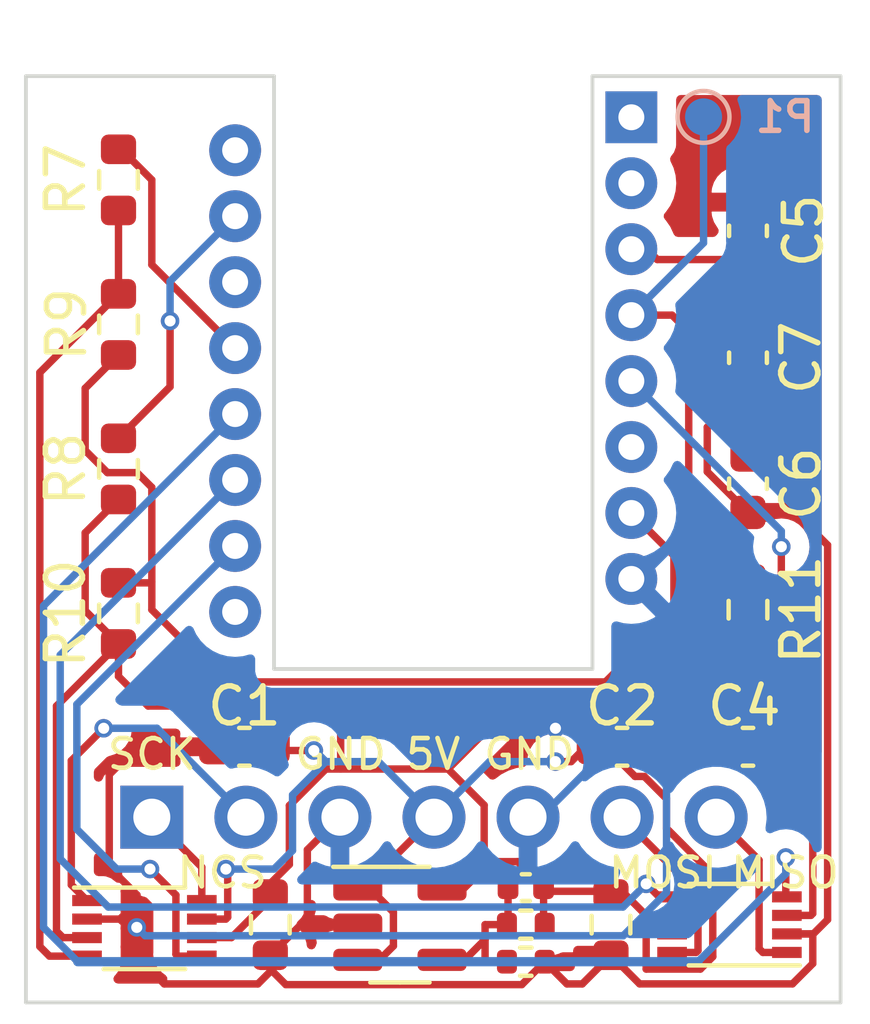
<source format=kicad_pcb>
(kicad_pcb (version 20211014) (generator pcbnew)
  (title_block (title "KeyBall SensorPCB") (date "2022-06-07"))
  (layers (0 "F.Cu" signal) (31 "B.Cu" signal) (34 "B.Paste" user) (35 "F.Paste" user) (36 "B.SilkS" user "B.Silkscreen") (37 "F.SilkS" user "F.Silkscreen") (38 "B.Mask" user) (39 "F.Mask" user) (44 "Edge.Cuts" user))
  (net 0 "")
  (net 1 "/5V")
  (net 2 "GND")
  (net 3 "/1.9V")
  (net 4 "Net-(C3-Pad2)")
  (net 5 "Net-(C5-Pad1)")
  (net 6 "/SCLK_5")
  (net 7 "/NCS_5")
  (net 8 "/MOSI_5")
  (net 9 "/MISO_5")
  (net 10 "/NCS")
  (net 11 "Net-(R7-Pad2)")
  (net 12 "Net-(R8-Pad2)")
  (net 13 "Net-(R10-Pad2)")
  (net 14 "Net-(R11-Pad2)")
  (net 15 "/SCLK")
  (net 16 "/MISO")
  (net 17 "/MOSI")
  (footprint "Capacitor_SMD:C_0603_1608Metric" (layer "F.Cu") (at 165.9 98 -90)
    (fp_text reference "C6" (at 0 -1.43 90) (layer "F.SilkS"))
    (fp_text value "100nF" hide)
    (fp_line (start -0.14058 0.51) (end 0.14058 0.51) (layer "F.SilkS") (width 0.12))
    (fp_line (start -0.14058 -0.51) (end 0.14058 -0.51) (layer "F.SilkS") (width 0.12))
    (pad "1" smd roundrect (at -0.775 0 270) (size 0.9 0.95) (layers "F.Cu" "F.Paste" "F.Mask") (net 5 "Net-(C5-Pad1)"))
    (pad "2" smd roundrect (at 0.775 0 270) (size 0.9 0.95) (layers "F.Cu" "F.Paste" "F.Mask") (net 2 "GND"))
  )
  (footprint "Package_SO:VSSOP-8_2.3x2mm_P0.5mm" (layer "F.Cu") (at 149.6 110)
    (fp_text reference "U2" hide)
    (fp_text value "TXS0102DCU" hide)
    (fp_line (start 1.1 1.1) (end -1.1 1.1) (layer "F.SilkS") (width 0.12))
    (fp_line (start 1.1 -1.1) (end -1.9 -1.1) (layer "F.SilkS") (width 0.12))
    (pad "1" smd rect (at -1.55 -0.75 270) (size 0.3 0.8) (layers "F.Cu" "F.Paste" "F.Mask") (net 7 "/NCS_5"))
    (pad "2" smd rect (at -1.55 -0.25 270) (size 0.3 0.8) (layers "F.Cu" "F.Paste" "F.Mask") (net 2 "GND"))
    (pad "3" smd rect (at -1.55 0.25 270) (size 0.3 0.8) (layers "F.Cu" "F.Paste" "F.Mask") (net 3 "/1.9V"))
    (pad "4" smd rect (at -1.55 0.75 270) (size 0.3 0.8) (layers "F.Cu" "F.Paste" "F.Mask") (net 10 "/NCS"))
    (pad "5" smd rect (at 1.55 0.75 270) (size 0.3 0.8) (layers "F.Cu" "F.Paste" "F.Mask") (net 15 "/SCLK"))
    (pad "6" smd rect (at 1.55 0.25 270) (size 0.3 0.8) (layers "F.Cu" "F.Paste" "F.Mask") (net 3 "/1.9V"))
    (pad "7" smd rect (at 1.55 -0.25 270) (size 0.3 0.8) (layers "F.Cu" "F.Paste" "F.Mask") (net 1 "/5V"))
    (pad "8" smd rect (at 1.55 -0.75 270) (size 0.3 0.8) (layers "F.Cu" "F.Paste" "F.Mask") (net 6 "/SCLK_5"))
  )
  (footprint "Resistor_SMD:R_0402_1005Metric" (layer "F.Cu") (at 159.9 110.9)
    (fp_text reference "R2" hide)
    (fp_text value "56k" hide)
    (fp_line (start -0.153641 -0.38) (end 0.153641 -0.38) (layer "F.SilkS") (width 0.12))
    (fp_line (start -0.153641 0.38) (end 0.153641 0.38) (layer "F.SilkS") (width 0.12))
    (pad "1" smd roundrect (at -0.51 0) (size 0.54 0.64) (layers "F.Cu" "F.Paste" "F.Mask") (net 4 "Net-(C3-Pad2)"))
    (pad "2" smd roundrect (at 0.51 0) (size 0.54 0.64) (layers "F.Cu" "F.Paste" "F.Mask") (net 2 "GND"))
  )
  (footprint "Resistor_SMD:R_0603_1608Metric" (layer "F.Cu") (at 148.9 97.6 90)
    (fp_text reference "R8" (at 0 -1.43 90) (layer "F.SilkS"))
    (fp_text value "39" hide)
    (fp_line (start -0.237258 0.5225) (end 0.237258 0.5225) (layer "F.SilkS") (width 0.12))
    (fp_line (start -0.237258 -0.5225) (end 0.237258 -0.5225) (layer "F.SilkS") (width 0.12))
    (pad "1" smd roundrect (at -0.825 0 90) (size 0.8 0.95) (layers "F.Cu" "F.Paste" "F.Mask") (net 3 "/1.9V"))
    (pad "2" smd roundrect (at 0.825 0 90) (size 0.8 0.95) (layers "F.Cu" "F.Paste" "F.Mask") (net 12 "Net-(R8-Pad2)"))
  )
  (footprint "Capacitor_SMD:C_0603_1608Metric" (layer "F.Cu") (at 165.9 91.175 90)
    (fp_text reference "C5" (at 0 1.5 90) (layer "F.SilkS"))
    (fp_text value "10uF" hide)
    (fp_line (start -0.14058 0.51) (end 0.14058 0.51) (layer "F.SilkS") (width 0.12))
    (fp_line (start -0.14058 -0.51) (end 0.14058 -0.51) (layer "F.SilkS") (width 0.12))
    (pad "1" smd roundrect (at -0.775 0 90) (size 0.9 0.95) (layers "F.Cu" "F.Paste" "F.Mask") (net 5 "Net-(C5-Pad1)"))
    (pad "2" smd roundrect (at 0.775 0 90) (size 0.9 0.95) (layers "F.Cu" "F.Paste" "F.Mask") (net 2 "GND"))
  )
  (footprint "Capacitor_SMD:C_0603_1608Metric" (layer "F.Cu") (at 162.5 105.1)
    (fp_text reference "C2" (at 0 -1.1) (layer "F.SilkS"))
    (fp_text value "100nF" hide)
    (fp_line (start -0.14058 -0.51) (end 0.14058 -0.51) (layer "F.SilkS") (width 0.12))
    (fp_line (start -0.14058 0.51) (end 0.14058 0.51) (layer "F.SilkS") (width 0.12))
    (pad "1" smd roundrect (at -0.775 0) (size 0.9 0.95) (layers "F.Cu" "F.Paste" "F.Mask") (net 1 "/5V"))
    (pad "2" smd roundrect (at 0.775 0) (size 0.9 0.95) (layers "F.Cu" "F.Paste" "F.Mask") (net 2 "GND"))
  )
  (footprint "Resistor_SMD:R_0603_1608Metric" (layer "F.Cu") (at 148.9 93.7 -90)
    (fp_text reference "R9" (at 0 1.4 90) (layer "F.SilkS"))
    (fp_text value "1M DNI" hide)
    (fp_line (start -0.237258 -0.5225) (end 0.237258 -0.5225) (layer "F.SilkS") (width 0.12))
    (fp_line (start -0.237258 0.5225) (end 0.237258 0.5225) (layer "F.SilkS") (width 0.12))
    (pad "1" smd roundrect (at -0.825 0 270) (size 0.8 0.95) (layers "F.Cu" "F.Paste" "F.Mask") (net 10 "/NCS"))
    (pad "2" smd roundrect (at 0.825 0 270) (size 0.8 0.95) (layers "F.Cu" "F.Paste" "F.Mask") (net 13 "Net-(R10-Pad2)"))
  )
  (footprint "Capacitor_SMD:C_0603_1608Metric" (layer "F.Cu") (at 152.3 105.1 180)
    (fp_text reference "C1" (at 0 1.1) (layer "F.SilkS"))
    (fp_text value "10uF" hide)
    (fp_line (start -0.14058 0.51) (end 0.14058 0.51) (layer "F.SilkS") (width 0.12))
    (fp_line (start -0.14058 -0.51) (end 0.14058 -0.51) (layer "F.SilkS") (width 0.12))
    (pad "1" smd roundrect (at -0.775 0 180) (size 0.9 0.95) (layers "F.Cu" "F.Paste" "F.Mask") (net 1 "/5V"))
    (pad "2" smd roundrect (at 0.775 0 180) (size 0.9 0.95) (layers "F.Cu" "F.Paste" "F.Mask") (net 2 "GND"))
  )
  (footprint "Package_SO:VSSOP-8_2.3x2mm_P0.5mm" (layer "F.Cu") (at 165.4 109.9 180)
    (fp_text reference "U3" hide)
    (fp_text value "TXS0102DCU" hide)
    (fp_line (start 1.1 1.1) (end -1.1 1.1) (layer "F.SilkS") (width 0.12))
    (fp_line (start 1.1 -1.1) (end -1.9 -1.1) (layer "F.SilkS") (width 0.12))
    (pad "1" smd rect (at -1.55 -0.75 90) (size 0.3 0.8) (layers "F.Cu" "F.Paste" "F.Mask") (net 9 "/MISO_5"))
    (pad "2" smd rect (at -1.55 -0.25 90) (size 0.3 0.8) (layers "F.Cu" "F.Paste" "F.Mask") (net 2 "GND"))
    (pad "3" smd rect (at -1.55 0.25 90) (size 0.3 0.8) (layers "F.Cu" "F.Paste" "F.Mask") (net 3 "/1.9V"))
    (pad "4" smd rect (at -1.55 0.75 90) (size 0.3 0.8) (layers "F.Cu" "F.Paste" "F.Mask") (net 16 "/MISO"))
    (pad "5" smd rect (at 1.55 0.75 90) (size 0.3 0.8) (layers "F.Cu" "F.Paste" "F.Mask") (net 17 "/MOSI"))
    (pad "6" smd rect (at 1.55 0.25 90) (size 0.3 0.8) (layers "F.Cu" "F.Paste" "F.Mask") (net 3 "/1.9V"))
    (pad "7" smd rect (at 1.55 -0.25 90) (size 0.3 0.8) (layers "F.Cu" "F.Paste" "F.Mask") (net 1 "/5V"))
    (pad "8" smd rect (at 1.55 -0.75 90) (size 0.3 0.8) (layers "F.Cu" "F.Paste" "F.Mask") (net 8 "/MOSI_5"))
  )
  (footprint "Resistor_SMD:R_0603_1608Metric" (layer "F.Cu") (at 148.9 89.8 90)
    (fp_text reference "R7" (at 0 -1.43 90) (layer "F.SilkS"))
    (fp_text value "0" hide)
    (fp_line (start -0.237258 0.5225) (end 0.237258 0.5225) (layer "F.SilkS") (width 0.12))
    (fp_line (start -0.237258 -0.5225) (end 0.237258 -0.5225) (layer "F.SilkS") (width 0.12))
    (pad "1" smd roundrect (at -0.825 0 90) (size 0.8 0.95) (layers "F.Cu" "F.Paste" "F.Mask") (net 10 "/NCS"))
    (pad "2" smd roundrect (at 0.825 0 90) (size 0.8 0.95) (layers "F.Cu" "F.Paste" "F.Mask") (net 11 "Net-(R7-Pad2)"))
  )
  (footprint "Resistor_SMD:R_0603_1608Metric" (layer "F.Cu") (at 148.9 101.5 90)
    (fp_text reference "R10" (at 0 -1.43 90) (layer "F.SilkS"))
    (fp_text value "10k" hide)
    (fp_line (start -0.237258 -0.5225) (end 0.237258 -0.5225) (layer "F.SilkS") (width 0.12))
    (fp_line (start -0.237258 0.5225) (end 0.237258 0.5225) (layer "F.SilkS") (width 0.12))
    (pad "1" smd roundrect (at -0.825 0 90) (size 0.8 0.95) (layers "F.Cu" "F.Paste" "F.Mask") (net 3 "/1.9V"))
    (pad "2" smd roundrect (at 0.825 0 90) (size 0.8 0.95) (layers "F.Cu" "F.Paste" "F.Mask") (net 13 "Net-(R10-Pad2)"))
  )
  (footprint "Capacitor_SMD:C_0603_1608Metric" (layer "F.Cu") (at 165.9 94.6 -90)
    (fp_text reference "C7" (at 0 -1.43 90) (layer "F.SilkS"))
    (fp_text value "100nF" hide)
    (fp_line (start -0.14058 0.51) (end 0.14058 0.51) (layer "F.SilkS") (width 0.12))
    (fp_line (start -0.14058 -0.51) (end 0.14058 -0.51) (layer "F.SilkS") (width 0.12))
    (pad "1" smd roundrect (at -0.775 0 270) (size 0.9 0.95) (layers "F.Cu" "F.Paste" "F.Mask") (net 3 "/1.9V"))
    (pad "2" smd roundrect (at 0.775 0 270) (size 0.9 0.95) (layers "F.Cu" "F.Paste" "F.Mask") (net 2 "GND"))
  )
  (footprint "Resistor_SMD:R_0603_1608Metric" (layer "F.Cu") (at 165.9 101.4 -90)
    (fp_text reference "R11" (at 0 -1.43 -90) (layer "F.SilkS"))
    (fp_text value "0" hide)
    (fp_line (start -0.237258 0.5225) (end 0.237258 0.5225) (layer "F.SilkS") (width 0.12))
    (fp_line (start -0.237258 -0.5225) (end 0.237258 -0.5225) (layer "F.SilkS") (width 0.12))
    (pad "1" smd roundrect (at -0.825 0 270) (size 0.8 0.95) (layers "F.Cu" "F.Paste" "F.Mask") (net 3 "/1.9V"))
    (pad "2" smd roundrect (at 0.825 0 270) (size 0.8 0.95) (layers "F.Cu" "F.Paste" "F.Mask") (net 14 "Net-(R11-Pad2)"))
  )
  (footprint "Connector_PinHeader_2.54mm:PinHeader_1x07_P2.54mm_Vertical" (layer "F.Cu") (at 149.8 107 90)
    (fp_text reference "J1" hide)
    (fp_text value "Conn_01x07_Male" hide)
    (pad "1" thru_hole rect (at 0 0 90) (size 1.7 1.7) (drill 1) (layers *.Cu *.Mask) (net 6 "/SCLK_5"))
    (pad "2" thru_hole oval (at 0 2.54 90) (size 1.7 1.7) (drill 1) (layers *.Cu *.Mask) (net 7 "/NCS_5"))
    (pad "3" thru_hole oval (at 0 5.08 90) (size 1.7 1.7) (drill 1) (layers *.Cu *.Mask) (net 2 "GND"))
    (pad "4" thru_hole oval (at 0 7.62 90) (size 1.7 1.7) (drill 1) (layers *.Cu *.Mask) (net 1 "/5V"))
    (pad "5" thru_hole oval (at 0 10.16 90) (size 1.7 1.7) (drill 1) (layers *.Cu *.Mask) (net 2 "GND"))
    (pad "6" thru_hole oval (at 0 12.7 90) (size 1.7 1.7) (drill 1) (layers *.Cu *.Mask) (net 8 "/MOSI_5"))
    (pad "7" thru_hole oval (at 0 15.24 90) (size 1.7 1.7) (drill 1) (layers *.Cu *.Mask) (net 9 "/MISO_5"))
  )
  (footprint "Package_TO_SOT_SMD:SOT-23-5" (layer "F.Cu") (at 156.5 109.9)
    (fp_text reference "U1" hide)
    (fp_text value "TLV75801PDBVR" hide)
    (fp_line (start 0 -1.56) (end -1.8 -1.56) (layer "F.SilkS") (width 0.12))
    (fp_line (start 0 1.56) (end 0.8 1.56) (layer "F.SilkS") (width 0.12))
    (fp_line (start 0 -1.56) (end 0.8 -1.56) (layer "F.SilkS") (width 0.12))
    (fp_line (start 0 1.56) (end -0.8 1.56) (layer "F.SilkS") (width 0.12))
    (pad "1" smd roundrect (at -1.1375 -0.95) (size 1.325 0.6) (layers "F.Cu" "F.Paste" "F.Mask") (net 1 "/5V"))
    (pad "2" smd roundrect (at -1.1375 0) (size 1.325 0.6) (layers "F.Cu" "F.Paste" "F.Mask") (net 2 "GND"))
    (pad "3" smd roundrect (at -1.1375 0.95) (size 1.325 0.6) (layers "F.Cu" "F.Paste" "F.Mask") (net 1 "/5V"))
    (pad "4" smd roundrect (at 1.1375 0.95) (size 1.325 0.6) (layers "F.Cu" "F.Paste" "F.Mask") (net 4 "Net-(C3-Pad2)"))
    (pad "5" smd roundrect (at 1.1375 -0.95) (size 1.325 0.6) (layers "F.Cu" "F.Paste" "F.Mask") (net 3 "/1.9V"))
  )
  (footprint "Resistor_SMD:R_0603_1608Metric" (layer "F.Cu") (at 153 109.9 -90)
    (fp_text reference "R4" hide)
    (fp_text value "10k" hide)
    (fp_line (start -0.237258 0.5225) (end 0.237258 0.5225) (layer "F.SilkS") (width 0.12))
    (fp_line (start -0.237258 -0.5225) (end 0.237258 -0.5225) (layer "F.SilkS") (width 0.12))
    (pad "1" smd roundrect (at -0.825 0 270) (size 0.8 0.95) (layers "F.Cu" "F.Paste" "F.Mask") (net 3 "/1.9V"))
    (pad "2" smd roundrect (at 0.825 0 270) (size 0.8 0.95) (layers "F.Cu" "F.Paste" "F.Mask") (net 2 "GND"))
  )
  (footprint "Capacitor_SMD:C_0402_1005Metric" (layer "F.Cu") (at 159.9 108.9 180)
    (fp_text reference "C3" hide)
    (fp_text value "100nF" hide)
    (fp_line (start -0.107836 -0.36) (end 0.107836 -0.36) (layer "F.SilkS") (width 0.12))
    (fp_line (start -0.107836 0.36) (end 0.107836 0.36) (layer "F.SilkS") (width 0.12))
    (pad "1" smd roundrect (at -0.48 0 180) (size 0.56 0.62) (layers "F.Cu" "F.Paste" "F.Mask") (net 3 "/1.9V"))
    (pad "2" smd roundrect (at 0.48 0 180) (size 0.56 0.62) (layers "F.Cu" "F.Paste" "F.Mask") (net 4 "Net-(C3-Pad2)"))
  )
  (footprint "Capacitor_SMD:C_0603_1608Metric" (layer "F.Cu") (at 165.9 105.1 180)
    (fp_text reference "C4" (at 0.1 1.1 180) (layer "F.SilkS"))
    (fp_text value "10uF" hide)
    (fp_line (start -0.14058 0.51) (end 0.14058 0.51) (layer "F.SilkS") (width 0.12))
    (fp_line (start -0.14058 -0.51) (end 0.14058 -0.51) (layer "F.SilkS") (width 0.12))
    (pad "1" smd roundrect (at -0.775 0 180) (size 0.9 0.95) (layers "F.Cu" "F.Paste" "F.Mask") (net 3 "/1.9V"))
    (pad "2" smd roundrect (at 0.775 0 180) (size 0.9 0.95) (layers "F.Cu" "F.Paste" "F.Mask") (net 2 "GND"))
  )
  (footprint "Resistor_SMD:R_0603_1608Metric" (layer "F.Cu") (at 162.2 109.9 -90)
    (fp_text reference "R6" hide)
    (fp_text value "10k" hide)
    (fp_line (start -0.237258 0.5225) (end 0.237258 0.5225) (layer "F.SilkS") (width 0.12))
    (fp_line (start -0.237258 -0.5225) (end 0.237258 -0.5225) (layer "F.SilkS") (width 0.12))
    (pad "1" smd roundrect (at -0.825 0 270) (size 0.8 0.95) (layers "F.Cu" "F.Paste" "F.Mask") (net 3 "/1.9V"))
    (pad "2" smd roundrect (at 0.825 0 270) (size 0.8 0.95) (layers "F.Cu" "F.Paste" "F.Mask") (net 2 "GND"))
  )
  (footprint "Resistor_SMD:R_0402_1005Metric" (layer "F.Cu") (at 159.9 109.9 180)
    (fp_text reference "R1" hide)
    (fp_text value "33k" hide)
    (fp_line (start -0.153641 0.38) (end 0.153641 0.38) (layer "F.SilkS") (width 0.12))
    (fp_line (start -0.153641 -0.38) (end 0.153641 -0.38) (layer "F.SilkS") (width 0.12))
    (pad "1" smd roundrect (at -0.51 0 180) (size 0.54 0.64) (layers "F.Cu" "F.Paste" "F.Mask") (net 3 "/1.9V"))
    (pad "2" smd roundrect (at 0.51 0 180) (size 0.54 0.64) (layers "F.Cu" "F.Paste" "F.Mask") (net 4 "Net-(C3-Pad2)"))
  )
  (footprint "Sensor:IC_PMW3360DM-T2QU_noEdge" (layer "B.Cu") (at 157.4 93.77 180)
    (fp_text reference "U4" hide)
    (fp_text value "PMW3360DM-T2QU")
    (pad "1" thru_hole rect (at -5.35 5.66) (size 1.4 1.4) (drill 0.7) (layers *.Cu *.Mask))
    (pad "2" thru_hole circle (at -5.35 3.88) (size 1.4 1.4) (drill 0.7) (layers *.Cu *.Mask))
    (pad "3" thru_hole circle (at -5.35 2.1) (size 1.4 1.4) (drill 0.7) (layers *.Cu *.Mask) (net 5 "Net-(C5-Pad1)"))
    (pad "4" thru_hole circle (at -5.35 0.32) (size 1.4 1.4) (drill 0.7) (layers *.Cu *.Mask) (net 3 "/1.9V"))
    (pad "5" thru_hole circle (at -5.35 -1.46) (size 1.4 1.4) (drill 0.7) (layers *.Cu *.Mask) (net 14 "Net-(R11-Pad2)"))
    (pad "6" thru_hole circle (at -5.35 -3.24) (size 1.4 1.4) (drill 0.7) (layers *.Cu *.Mask))
    (pad "7" thru_hole circle (at -5.35 -5.02) (size 1.4 1.4) (drill 0.7) (layers *.Cu *.Mask) (net 13 "Net-(R10-Pad2)"))
    (pad "8" thru_hole circle (at -5.35 -6.8) (size 1.4 1.4) (drill 0.7) (layers *.Cu *.Mask) (net 2 "GND"))
    (pad "9" thru_hole circle (at 5.35 -7.69) (size 1.4 1.4) (drill 0.7) (layers *.Cu *.Mask))
    (pad "10" thru_hole circle (at 5.35 -5.91) (size 1.4 1.4) (drill 0.7) (layers *.Cu *.Mask) (net 15 "/SCLK"))
    (pad "11" thru_hole circle (at 5.35 -4.13) (size 1.4 1.4) (drill 0.7) (layers *.Cu *.Mask) (net 17 "/MOSI"))
    (pad "12" thru_hole circle (at 5.35 -2.35) (size 1.4 1.4) (drill 0.7) (layers *.Cu *.Mask) (net 16 "/MISO"))
    (pad "13" thru_hole circle (at 5.35 -0.57) (size 1.4 1.4) (drill 0.7) (layers *.Cu *.Mask) (net 11 "Net-(R7-Pad2)"))
    (pad "14" thru_hole circle (at 5.35 1.21) (size 1.4 1.4) (drill 0.7) (layers *.Cu *.Mask))
    (pad "15" thru_hole circle (at 5.35 2.99) (size 1.4 1.4) (drill 0.7) (layers *.Cu *.Mask) (net 12 "Net-(R8-Pad2)"))
    (pad "16" thru_hole circle (at 5.35 4.77) (size 1.4 1.4) (drill 0.7) (layers *.Cu *.Mask))
  )
  (footprint "TestPoint:TestPoint_Pad_D1.0mm" (layer "B.Cu") (at 164.7 88.1 180)
    (fp_text reference "P1" (at -2.2 0) (layer "B.SilkS") (effects (font (size 0.8 0.8)) (justify mirror)))
    (fp_text value "Conn_01x01_Male" hide)
    (fp_circle (center 0 0) (end 0 -0.7) (layer "B.SilkS") (width 0.12) (fill none))
    (pad "1" smd circle (at 0 0 180) (size 1 1) (layers "B.Cu" "B.Mask") (net 3 "/1.9V"))
  )
  (gr_line (start 161.7 87) (end 168.4 87) (layer "Edge.Cuts") (width 0.1))
  (gr_line (start 153.1 87) (end 153.1 103) (layer "Edge.Cuts") (width 0.1))
  (gr_line (start 168.4 112) (end 146.4 112) (layer "Edge.Cuts") (width 0.1))
  (gr_line (start 146.4 87) (end 153.1 87) (layer "Edge.Cuts") (width 0.1))
  (gr_line (start 146.4 112) (end 146.4 87) (layer "Edge.Cuts") (width 0.1))
  (gr_line (start 168.4 87) (end 168.4 112) (layer "Edge.Cuts") (width 0.1))
  (gr_line (start 153.1 103) (end 161.7 103) (layer "Edge.Cuts") (width 0.1))
  (gr_line (start 161.7 103) (end 161.7 87) (layer "Edge.Cuts") (width 0.1))
  (gr_text "SCK" (at 149.8 105.3) (layer "F.SilkS") (effects (font (size 0.8 0.8) (thickness 0.125))))
  (gr_text "5V" (at 157.4 105.3) (layer "F.SilkS") (effects (font (size 0.8 0.8) (thickness 0.125))))
  (gr_text "MOSI" (at 163.6 108.5) (layer "F.SilkS") (effects (font (size 0.8 0.8) (thickness 0.125))))
  (gr_text "NCS" (at 151.7 108.5) (layer "F.SilkS") (effects (font (size 0.8 0.8) (thickness 0.125))))
  (gr_text "GND" (at 160 105.3) (layer "F.SilkS") (effects (font (size 0.8 0.8) (thickness 0.125))))
  (gr_text "GND" (at 154.9 105.3) (layer "F.SilkS") (effects (font (size 0.8 0.8) (thickness 0.125))))
  (gr_text "MISO" (at 166.9 108.5) (layer "F.SilkS") (effects (font (size 0.8 0.8) (thickness 0.125))))
  (segment (start 156.32452 110.47548) (end 155.95 110.85) (width 0.2) (layer "F.Cu") (net 1))
  (segment (start 160.7 105.5) (end 161.125 105.5) (width 0.2) (layer "F.Cu") (net 1))
  (segment (start 163.150489 111.099511) (end 164.614517 111.099511) (width 0.2) (layer "F.Cu") (net 1))
  (segment (start 151.8 108.4) (end 151.849511 108.449511) (width 0.2) (layer "F.Cu") (net 1))
  (segment (start 163.150489 110.200489) (end 163.150489 111.099511) (width 0.2) (layer "F.Cu") (net 1))
  (segment (start 163.1 105.9) (end 162.849511 105.9) (width 0.2) (layer "F.Cu") (net 1))
  (segment (start 162.049511 105.1) (end 161.725 105.1) (width 0.2) (layer "F.Cu") (net 1))
  (segment (start 151.799022 109.75) (end 151.15 109.75) (width 0.2) (layer "F.Cu") (net 1))
  (segment (start 151.849511 108.449511) (end 151.849511 109.699511) (width 0.2) (layer "F.Cu") (net 1))
  (segment (start 156.32452 109.563803) (end 156.32452 110.47548) (width 0.2) (layer "F.Cu") (net 1))
  (segment (start 155.3625 108.95) (end 155.710717 108.95) (width 0.2) (layer "F.Cu") (net 1))
  (segment (start 163.7 106.5) (end 163.1 105.9) (width 0.2) (layer "F.Cu") (net 1))
  (segment (start 163.85 110.15) (end 163.200978 110.15) (width 0.2) (layer "F.Cu") (net 1))
  (segment (start 155.95 110.85) (end 155.3625 110.85) (width 0.2) (layer "F.Cu") (net 1))
  (segment (start 164.614517 111.099511) (end 164.949031 110.764997) (width 0.2) (layer "F.Cu") (net 1))
  (segment (start 153.175 105.2) (end 153.075 105.1) (width 0.2) (layer "F.Cu") (net 1))
  (segment (start 164.949031 108.549031) (end 163.7 107.3) (width 0.2) (layer "F.Cu") (net 1))
  (segment (start 161.125 105.5) (end 161.925 104.7) (width 0.2) (layer "F.Cu") (net 1))
  (segment (start 163.200978 110.15) (end 163.150489 110.200489) (width 0.2) (layer "F.Cu") (net 1))
  (segment (start 155.710717 108.95) (end 156.32452 109.563803) (width 0.2) (layer "F.Cu") (net 1))
  (segment (start 162.849511 105.9) (end 162.049511 105.1) (width 0.2) (layer "F.Cu") (net 1))
  (segment (start 163.7 107.3) (end 163.7 106.5) (width 0.2) (layer "F.Cu") (net 1))
  (segment (start 154.1755 105.2) (end 153.175 105.2) (width 0.2) (layer "F.Cu") (net 1))
  (segment (start 164.949031 110.764997) (end 164.949031 108.549031) (width 0.2) (layer "F.Cu") (net 1))
  (segment (start 151.849511 109.699511) (end 151.799022 109.75) (width 0.2) (layer "F.Cu") (net 1))
  (segment (start 157.42 107) (end 155.37 109.05) (width 0.2) (layer "F.Cu") (net 1))
  (via (at 160.7 105.5) (size 0.5) (drill 0.3) (layers "F.Cu" "B.Cu") (net 1))
  (via (at 151.8 108.4) (size 0.5) (drill 0.3) (layers "F.Cu" "B.Cu") (net 1))
  (via (at 154.1755 105.2) (size 0.5) (drill 0.3) (layers "F.Cu" "B.Cu") (net 1))
  (segment (start 151.8 108.4) (end 153.1 108.4) (width 0.2) (layer "B.Cu") (net 1))
  (segment (start 158.92 105.5) (end 157.42 107) (width 0.2) (layer "B.Cu") (net 1))
  (segment (start 154.5 105.5) (end 155.92 105.5) (width 0.2) (layer "B.Cu") (net 1))
  (segment (start 155.92 105.5) (end 157.42 107) (width 0.2) (layer "B.Cu") (net 1))
  (segment (start 154.2 105.2) (end 154.5 105.5) (width 0.2) (layer "B.Cu") (net 1))
  (segment (start 160.7 105.5) (end 158.92 105.5) (width 0.2) (layer "B.Cu") (net 1))
  (segment (start 153.6 106.4) (end 154.5 105.5) (width 0.2) (layer "B.Cu") (net 1))
  (segment (start 153.6 107.9) (end 153.6 106.4) (width 0.2) (layer "B.Cu") (net 1))
  (segment (start 153.1 108.4) (end 153.6 107.9) (width 0.2) (layer "B.Cu") (net 1))
  (segment (start 148.650489 108.350489) (end 149.4 109.1) (width 0.2) (layer "F.Cu") (net 2))
  (segment (start 160.41 110.9) (end 161.01 111.5) (width 0.2) (layer "F.Cu") (net 2))
  (segment (start 161.01 111.5) (end 161.425 111.5) (width 0.2) (layer "F.Cu") (net 2))
  (segment (start 164.8 96.475) (end 164.8 97.675) (width 0.2) (layer "F.Cu") (net 2))
  (segment (start 148.05 109.75) (end 149.169997 109.75) (width 0.2) (layer "F.Cu") (net 2))
  (segment (start 167.664028 110.15) (end 168.05048 109.763548) (width 0.2) (layer "F.Cu") (net 2))
  (segment (start 150.135972 111.5) (end 152.665 111.5) (width 0.2) (layer "F.Cu") (net 2))
  (segment (start 168.05048 109.763548) (end 168.05048 99.657737) (width 0.2) (layer "F.Cu") (net 2))
  (segment (start 154 107.88) (end 154 109.9) (width 0.2) (layer "F.Cu") (net 2))
  (segment (start 153 110.725) (end 153 111.1) (width 0.2) (layer "F.Cu") (net 2))
  (segment (start 149.169997 109.75) (end 149.394008 109.974011) (width 0.2) (layer "F.Cu") (net 2))
  (segment (start 149.4 109.1) (end 149.4 109.968019) (width 0.2) (layer "F.Cu") (net 2))
  (segment (start 162.142264 104.300481) (end 162.941783 105.1) (width 0.2) (layer "F.Cu") (net 2))
  (segment (start 149.400978 105.1) (end 148.650489 105.850489) (width 0.2) (layer "F.Cu") (net 2))
  (segment (start 163.275 105.1) (end 165.125 105.1) (width 0.2) (layer "F.Cu") (net 2))
  (segment (start 164.8 97.675) (end 165.9 98.775) (width 0.2) (layer "F.Cu") (net 2))
  (segment (start 148.650489 105.850489) (end 148.650489 108.350489) (width 0.2) (layer "F.Cu") (net 2))
  (segment (start 149.394008 110.758036) (end 150.135972 111.5) (width 0.2) (layer "F.Cu") (net 2))
  (segment (start 168.05048 99.657737) (end 167.167743 98.775) (width 0.2) (layer "F.Cu") (net 2))
  (segment (start 149.4 109.968019) (end 149.394008 109.974011) (width 0.2) (layer "F.Cu") (net 2))
  (segment (start 153.41952 111.51952) (end 159.79048 111.51952) (width 0.2) (layer "F.Cu") (net 2))
  (segment (start 166.95 110.15) (end 167.664028 110.15) (width 0.2) (layer "F.Cu") (net 2))
  (segment (start 160.999519 104.300481) (end 162.142264 104.300481) (width 0.2) (layer "F.Cu") (net 2))
  (segment (start 167.10097 111.49903) (end 167.649511 110.950489) (width 0.2) (layer "F.Cu") (net 2))
  (segment (start 162.97403 111.49903) (end 167.10097 111.49903) (width 0.2) (layer "F.Cu") (net 2))
  (segment (start 159.79048 111.51952) (end 160.41 110.9) (width 0.2) (layer "F.Cu") (net 2))
  (segment (start 154 109.9) (end 153.825 109.9) (width 0.2) (layer "F.Cu") (net 2))
  (segment (start 151.525 105.1) (end 149.400978 105.1) (width 0.2) (layer "F.Cu") (net 2))
  (segment (start 155.3625 109.9) (end 154 109.9) (width 0.2) (layer "F.Cu") (net 2))
  (segment (start 154.88 107) (end 154 107.88) (width 0.2) (layer "F.Cu") (net 2))
  (segment (start 149.394008 109.974011) (end 149.394008 110.758036) (width 0.2) (layer "F.Cu") (net 2))
  (segment (start 153 111.1) (end 153.41952 111.51952) (width 0.2) (layer "F.Cu") (net 2))
  (segment (start 162.941783 105.1) (end 163.275 105.1) (width 0.2) (layer "F.Cu") (net 2))
  (segment (start 165.9 95.375) (end 164.8 96.475) (width 0.2) (layer "F.Cu") (net 2))
  (segment (start 162.2 110.725) (end 162.97403 111.49903) (width 0.2) (layer "F.Cu") (net 2))
  (segment (start 167.167743 98.775) (end 165.9 98.775) (width 0.2) (layer "F.Cu") (net 2))
  (segment (start 167.649511 110.200489) (end 167.599022 110.15) (width 0.2) (layer "F.Cu") (net 2))
  (segment (start 152.665 111.5) (end 153 111.165) (width 0.2) (layer "F.Cu") (net 2))
  (segment (start 167.649511 110.950489) (end 167.649511 110.200489) (width 0.2) (layer "F.Cu") (net 2))
  (segment (start 160.7 104.6) (end 160.999519 104.300481) (width 0.2) (layer "F.Cu") (net 2))
  (segment (start 167.599022 110.15) (end 166.95 110.15) (width 0.2) (layer "F.Cu") (net 2))
  (segment (start 161.425 111.5) (end 162.2 110.725) (width 0.2) (layer "F.Cu") (net 2))
  (segment (start 153.825 109.9) (end 153 110.725) (width 0.2) (layer "F.Cu") (net 2))
  (via (at 160.7 104.6) (size 0.5) (drill 0.3) (layers "F.Cu" "B.Cu") (net 2))
  (via (at 149.394008 109.974011) (size 0.5) (drill 0.3) (layers "F.Cu" "B.Cu") (net 2))
  (segment (start 163.7 101.52) (end 162.75 100.57) (width 0.2) (layer "B.Cu") (net 2))
  (segment (start 162.530212 110.2) (end 163.7 109.030212) (width 0.2) (layer "B.Cu") (net 2))
  (segment (start 163.7 109.030212) (end 163.7 101.52) (width 0.2) (layer "B.Cu") (net 2))
  (segment (start 160.7 104.6) (end 161 104.6) (width 0.2) (layer "B.Cu") (net 2))
  (segment (start 160.3 107) (end 159.96 107) (width 0.2) (layer "B.Cu") (net 2))
  (segment (start 149.619997 110.2) (end 162.530212 110.2) (width 0.2) (layer "B.Cu") (net 2))
  (segment (start 149.394008 109.974011) (end 149.619997 110.2) (width 0.2) (layer "B.Cu") (net 2))
  (segment (start 159.96 107) (end 160.4 107) (width 0.2) (layer "B.Cu") (net 2))
  (segment (start 161.85 105.45) (end 160.3 107) (width 0.2) (layer "B.Cu") (net 2))
  (segment (start 161 104.6) (end 161.85 105.45) (width 0.2) (layer "B.Cu") (net 2))
  (segment (start 148 101.425) (end 148 99.325) (width 0.2) (layer "F.Cu") (net 3))
  (segment (start 159.68 108.2) (end 160.38 108.9) (width 0.2) (layer "F.Cu") (net 3))
  (segment (start 147.22549 103.99951) (end 147.22549 110.074512) (width 0.2) (layer "F.Cu") (net 3))
  (segment (start 157.6375 108.95) (end 158.20096 108.95) (width 0.2) (layer "F.Cu") (net 3))
  (segment (start 165.10048 101.37452) (end 165.10048 103.58645) (width 0.2) (layer "F.Cu") (net 3))
  (segment (start 166.675 105.1) (end 166.675 105.195) (width 0.2) (layer "F.Cu") (net 3))
  (segment (start 162.575 109.075) (end 162.2 109.075) (width 0.2) (layer "F.Cu") (net 3))
  (segment (start 165.9 100.575) (end 165.10048 101.37452) (width 0.2) (layer "F.Cu") (net 3))
  (segment (start 148 99.325) (end 148.9 98.425) (width 0.2) (layer "F.Cu") (net 3))
  (segment (start 163.85 109.65) (end 163.15 109.65) (width 0.2) (layer "F.Cu") (net 3))
  (segment (start 162.75 93.45) (end 163.85 93.45) (width 0.2) (layer "F.Cu") (net 3))
  (segment (start 167.649511 109.599511) (end 167.649511 106.169511) (width 0.2) (layer "F.Cu") (net 3))
  (segment (start 164.785969 103.900961) (end 159.599039 103.900961) (width 0.2) (layer "F.Cu") (net 3))
  (segment (start 154.5 105.7) (end 157.8 105.7) (width 0.2) (layer "F.Cu") (net 3))
  (segment (start 151.95 110.25) (end 151.15 110.25) (width 0.2) (layer "F.Cu") (net 3))
  (segment (start 165.10048 103.58645) (end 165.08693 103.6) (width 0.2) (layer "F.Cu") (net 3))
  (segment (start 166.58693 105.1) (end 165.08693 103.6) (width 0.2) (layer "F.Cu") (net 3))
  (segment (start 160.38 108.9) (end 160.38 109.87) (width 0.2) (layer "F.Cu") (net 3))
  (segment (start 153.514511 108.275489) (end 153.514511 106.685489) (width 0.2) (layer "F.Cu") (net 3))
  (segment (start 163.15 109.65) (end 162.575 109.075) (width 0.2) (layer "F.Cu") (net 3))
  (segment (start 154.9 104.3) (end 154.9 105.7) (width 0.2) (layer "F.Cu") (net 3))
  (segment (start 164.3 93.9) (end 164.3 98.975) (width 0.2) (layer "F.Cu") (net 3))
  (segment (start 159.599039 103.900961) (end 157.8 105.7) (width 0.2) (layer "F.Cu") (net 3))
  (segment (start 147.22549 110.074512) (end 147.400978 110.25) (width 0.2) (layer "F.Cu") (net 3))
  (segment (start 166.95 109.65) (end 167.599022 109.65) (width 0.2) (layer "F.Cu") (net 3))
  (segment (start 148.9 102.325) (end 148 101.425) (width 0.2) (layer "F.Cu") (net 3))
  (segment (start 164.3 93.9) (end 165.825 93.9) (width 0.2) (layer "F.Cu") (net 3))
  (segment (start 166.675 105.1) (end 166.58693 105.1) (width 0.2) (layer "F.Cu") (net 3))
  (segment (start 158.77548 108.37548) (end 158.95096 108.2) (width 0.2) (layer "F.Cu") (net 3))
  (segment (start 153.514511 106.685489) (end 154.5 105.7) (width 0.2) (layer "F.Cu") (net 3))
  (segment (start 148.9 103.2) (end 148.9 102.325) (width 0.2) (layer "F.Cu") (net 3))
  (segment (start 165.825 93.9) (end 165.9 93.825) (width 0.2) (layer "F.Cu") (net 3))
  (segment (start 153 109.075) (end 153 109.2) (width 0.2) (layer "F.Cu") (net 3))
  (segment (start 153 108.79) (end 153.514511 108.275489) (width 0.2) (layer "F.Cu") (net 3))
  (segment (start 157.8 105.7) (end 158.77548 106.67548) (width 0.2) (layer "F.Cu") (net 3))
  (segment (start 148.9 103.2) (end 149.7 104) (width 0.2) (layer "F.Cu") (net 3))
  (segment (start 163.85 93.45) (end 164.3 93.9) (width 0.2) (layer "F.Cu") (net 3))
  (segment (start 162.125 109) (end 162.2 109.075) (width 0.2) (layer "F.Cu") (net 3))
  (segment (start 153 109.2) (end 151.95 110.25) (width 0.2) (layer "F.Cu") (net 3))
  (segment (start 147.400978 110.25) (end 148.05 110.25) (width 0.2) (layer "F.Cu") (net 3))
  (segment (start 148.9 102.325) (end 147.22549 103.99951) (width 0.2) (layer "F.Cu") (net 3))
  (segment (start 158.20096 108.95) (end 158.77548 108.37548) (width 0.2) (layer "F.Cu") (net 3))
  (segment (start 166.675 105.195) (end 167.649511 106.169511) (width 0.2) (layer "F.Cu") (net 3))
  (segment (start 165.08693 103.6) (end 164.785969 103.900961) (width 0.2) (layer "F.Cu") (net 3))
  (segment (start 160.38 109.87) (end 160.41 109.9) (width 0.2) (layer "F.Cu") (net 3))
  (segment (start 167.599022 109.65) (end 167.649511 109.599511) (width 0.2) (layer "F.Cu") (net 3))
  (segment (start 158.77548 106.67548) (end 158.77548 108.37548) (width 0.2) (layer "F.Cu") (net 3))
  (segment (start 160.38 109) (end 162.125 109) (width 0.2) (layer "F.Cu") (net 3))
  (segment (start 158.95096 108.2) (end 159.68 108.2) (width 0.2) (layer "F.Cu") (net 3))
  (segment (start 149.7 104) (end 154.6 104) (width 0.2) (layer "F.Cu") (net 3))
  (segment (start 154.6 104) (end 154.9 104.3) (width 0.2) (layer "F.Cu") (net 3))
  (segment (start 164.3 98.975) (end 165.9 100.575) (width 0.2) (layer "F.Cu") (net 3))
  (segment (start 164.7 88.1) (end 164.7 91.5) (width 0.2) (layer "B.Cu") (net 3))
  (segment (start 164.7 91.5) (end 162.75 93.45) (width 0.2) (layer "B.Cu") (net 3))
  (segment (start 159.42 109.87) (end 159.39 109.9) (width 0.2) (layer "F.Cu") (net 4))
  (segment (start 159.42 108.9) (end 159.42 109.87) (width 0.2) (layer "F.Cu") (net 4))
  (segment (start 158.8 109.9) (end 158.8 110.3) (width 0.2) (layer "F.Cu") (net 4))
  (segment (start 158.8 110.9) (end 159.39 110.9) (width 0.2) (layer "F.Cu") (net 4))
  (segment (start 158.8 110.3) (end 158.8 110.9) (width 0.2) (layer "F.Cu") (net 4))
  (segment (start 159.39 109.9) (end 158.8 109.9) (width 0.2) (layer "F.Cu") (net 4))
  (segment (start 158.25 110.85) (end 158.8 110.3) (width 0.2) (layer "F.Cu") (net 4))
  (segment (start 157.6375 110.85) (end 158.25 110.85) (width 0.2) (layer "F.Cu") (net 4))
  (segment (start 163.17 91.67) (end 162.75 91.67) (width 0.2) (layer "F.Cu") (net 5))
  (segment (start 163.45 91.95) (end 163.17 91.67) (width 0.2) (layer "F.Cu") (net 5))
  (segment (start 165.9 91.95) (end 163.45 91.95) (width 0.2) (layer "F.Cu") (net 5))
  (segment (start 166.69952 96.42548) (end 166.69952 92.74952) (width 0.2) (layer "F.Cu") (net 5))
  (segment (start 165.9 97.225) (end 166.69952 96.42548) (width 0.2) (layer "F.Cu") (net 5))
  (segment (start 166.69952 92.74952) (end 165.9 91.95) (width 0.2) (layer "F.Cu") (net 5))
  (segment (start 151.15 108.35) (end 149.8 107) (width 0.2) (layer "F.Cu") (net 6))
  (segment (start 151.15 109.25) (end 151.15 108.35) (width 0.2) (layer "F.Cu") (net 6))
  (segment (start 147.625009 105.474991) (end 147.625009 108.825009) (width 0.2) (layer "F.Cu") (net 7))
  (segment (start 147.625009 108.825009) (end 148.05 109.25) (width 0.2) (layer "F.Cu") (net 7))
  (segment (start 148.5 104.6) (end 147.625009 105.474991) (width 0.2) (layer "F.Cu") (net 7))
  (via (at 148.5 104.6) (size 0.5) (drill 0.3) (layers "F.Cu" "B.Cu") (net 7))
  (segment (start 152.34 107) (end 149.94 104.6) (width 0.2) (layer "B.Cu") (net 7))
  (segment (start 149.94 104.6) (end 148.5 104.6) (width 0.2) (layer "B.Cu") (net 7))
  (segment (start 164.524022 108.7) (end 164.549511 108.725489) (width 0.2) (layer "F.Cu") (net 8))
  (segment (start 164.499022 110.65) (end 163.85 110.65) (width 0.2) (layer "F.Cu") (net 8))
  (segment (start 164.549511 110.599511) (end 164.499022 110.65) (width 0.2) (layer "F.Cu") (net 8))
  (segment (start 164.549511 108.725489) (end 164.549511 110.599511) (width 0.2) (layer "F.Cu") (net 8))
  (segment (start 162.5 107) (end 164.2 108.7) (width 0.2) (layer "F.Cu") (net 8))
  (segment (start 164.2 108.7) (end 164.524022 108.7) (width 0.2) (layer "F.Cu") (net 8))
  (segment (start 166.2 110.549022) (end 166.2 108.16) (width 0.2) (layer "F.Cu") (net 9))
  (segment (start 166.95 110.65) (end 166.300978 110.65) (width 0.2) (layer "F.Cu") (net 9))
  (segment (start 165.04 107) (end 166.2 108.16) (width 0.2) (layer "F.Cu") (net 9))
  (segment (start 166.300978 110.65) (end 166.2 110.549022) (width 0.2) (layer "F.Cu") (net 9))
  (segment (start 148.05 110.75) (end 147.035972 110.75) (width 0.2) (layer "F.Cu") (net 10))
  (segment (start 148.9 92.875) (end 148.9 90.625) (width 0.2) (layer "F.Cu") (net 10))
  (segment (start 146.77597 94.99903) (end 148.9 92.875) (width 0.2) (layer "F.Cu") (net 10))
  (segment (start 147.035972 110.75) (end 146.77597 110.489998) (width 0.2) (layer "F.Cu") (net 10))
  (segment (start 146.77597 110.489998) (end 146.77597 94.99903) (width 0.2) (layer "F.Cu") (net 10))
  (segment (start 148.975 88.975) (end 149.8 89.8) (width 0.2) (layer "F.Cu") (net 11))
  (segment (start 149.8 89.8) (end 149.8 92.09) (width 0.2) (layer "F.Cu") (net 11))
  (segment (start 148.9 88.975) (end 148.975 88.975) (width 0.2) (layer "F.Cu") (net 11))
  (segment (start 149.8 92.09) (end 152.05 94.34) (width 0.2) (layer "F.Cu") (net 11))
  (segment (start 148.9 96.775) (end 150.292701 95.382299) (width 0.2) (layer "F.Cu") (net 12))
  (segment (start 150.292701 95.382299) (end 150.292701 93.607299) (width 0.2) (layer "F.Cu") (net 12))
  (via (at 150.292701 93.607299) (size 0.5) (drill 0.3) (layers "F.Cu" "B.Cu") (net 12))
  (segment (start 150.292701 92.537299) (end 152.05 90.78) (width 0.2) (layer "B.Cu") (net 12))
  (segment (start 150.292701 93.607299) (end 150.292701 92.537299) (width 0.2) (layer "B.Cu") (net 12))
  (segment (start 162.05048 103.34952) (end 163.9 101.5) (width 0.2) (layer "F.Cu") (net 13))
  (segment (start 148.9 100.675) (end 149.775 100.675) (width 0.2) (layer "F.Cu") (net 13))
  (segment (start 149.8 100.65) (end 149.775 100.675) (width 0.2) (layer "F.Cu") (net 13))
  (segment (start 148.9 94.525) (end 148 95.425) (width 0.2) (layer "F.Cu") (net 13))
  (segment (start 148 97.1) (end 148.60048 97.70048) (width 0.2) (layer "F.Cu") (net 13))
  (segment (start 163.9 101.5) (end 163.9 99.94) (width 0.2) (layer "F.Cu") (net 13))
  (segment (start 149.8 100.65) (end 149.8 101.4) (width 0.2) (layer "F.Cu") (net 13))
  (segment (start 148.60048 97.70048) (end 149.40048 97.70048) (width 0.2) (layer "F.Cu") (net 13))
  (segment (start 149.40048 97.70048) (end 149.8 98.1) (width 0.2) (layer "F.Cu") (net 13))
  (segment (start 149.8 98.1) (end 149.8 100.65) (width 0.2) (layer "F.Cu") (net 13))
  (segment (start 148 95.425) (end 148 97.1) (width 0.2) (layer "F.Cu") (net 13))
  (segment (start 151.74952 103.34952) (end 162.05048 103.34952) (width 0.2) (layer "F.Cu") (net 13))
  (segment (start 163.9 99.94) (end 162.75 98.79) (width 0.2) (layer "F.Cu") (net 13))
  (segment (start 149.8 101.4) (end 151.74952 103.34952) (width 0.2) (layer "F.Cu") (net 13))
  (segment (start 166.8 101.325) (end 165.9 102.225) (width 0.2) (layer "F.Cu") (net 14))
  (segment (start 166.8 99.7) (end 166.8 101.325) (width 0.2) (layer "F.Cu") (net 14))
  (via (at 166.8 99.7) (size 0.5) (drill 0.3) (layers "F.Cu" "B.Cu") (net 14))
  (segment (start 162.75 95.23) (end 166.8 99.28) (width 0.2) (layer "B.Cu") (net 14))
  (segment (start 166.8 99.28) (end 166.8 99.7) (width 0.2) (layer "B.Cu") (net 14))
  (segment (start 150.450489 109.099989) (end 150.450489 110.699511) (width 0.2) (layer "F.Cu") (net 15))
  (segment (start 150.450489 110.699511) (end 150.500978 110.75) (width 0.2) (layer "F.Cu") (net 15))
  (segment (start 150.500978 110.75) (end 151.15 110.75) (width 0.2) (layer "F.Cu") (net 15))
  (segment (start 149.7505 108.4) (end 150.450489 109.099989) (width 0.2) (layer "F.Cu") (net 15))
  (via (at 149.7505 108.4) (size 0.5) (drill 0.3) (layers "F.Cu" "B.Cu") (net 15))
  (segment (start 149.7505 108.4) (end 148.850978 108.4) (width 0.2) (layer "B.Cu") (net 15))
  (segment (start 147.775489 107.324511) (end 147.775489 103.954511) (width 0.2) (layer "B.Cu") (net 15))
  (segment (start 148.850978 108.4) (end 147.775489 107.324511) (width 0.2) (layer "B.Cu") (net 15))
  (segment (start 147.775489 103.954511) (end 152.05 99.68) (width 0.2) (layer "B.Cu") (net 15))
  (segment (start 166.920905 108.08791) (end 166.920905 109.120905) (width 0.2) (layer "F.Cu") (net 16))
  (segment (start 166.920905 109.120905) (end 166.95 109.15) (width 0.2) (layer "F.Cu") (net 16))
  (via (at 166.920905 108.08791) (size 0.5) (drill 0.3) (layers "F.Cu" "B.Cu") (net 16))
  (segment (start 166.920905 108.08791) (end 166.920905 108.529106) (width 0.2) (layer "B.Cu") (net 16))
  (segment (start 147.8 110.9) (end 146.876449 109.976449) (width 0.2) (layer "B.Cu") (net 16))
  (segment (start 164.550011 110.9) (end 147.8 110.9) (width 0.25) (layer "B.Cu") (net 16))
  (segment (start 166.920905 108.529106) (end 164.550011 110.9) (width 0.2) (layer "B.Cu") (net 16))
  (segment (start 146.876449 101.293551) (end 152.05 96.12) (width 0.2) (layer "B.Cu") (net 16))
  (segment (start 146.876449 109.976449) (end 146.876449 101.293551) (width 0.2) (layer "B.Cu") (net 16))
  (segment (start 163.1505 108.8) (end 163.5005 109.15) (width 0.2) (layer "F.Cu") (net 17))
  (segment (start 163.5005 109.15) (end 163.85 109.15) (width 0.2) (layer "F.Cu") (net 17))
  (via (at 163.1505 108.8) (size 0.5) (drill 0.3) (layers "F.Cu" "B.Cu") (net 17))
  (segment (start 162.525989 109.424511) (end 148.624511 109.424511) (width 0.2) (layer "B.Cu") (net 17))
  (segment (start 163.1505 108.8) (end 162.525989 109.424511) (width 0.2) (layer "B.Cu") (net 17))
  (segment (start 147.325969 108.125969) (end 147.325969 102.624031) (width 0.2) (layer "B.Cu") (net 17))
  (segment (start 147.325969 102.624031) (end 152.05 97.9) (width 0.2) (layer "B.Cu") (net 17))
  (segment (start 148.624511 109.424511) (end 147.325969 108.125969) (width 0.2) (layer "B.Cu") (net 17))
  (zone (net 2) (net_name "GND") (layer "F.Cu") (connect_pads (clearance 0.508)) (min_thickness 0.254) (fill yes (thermal_gap 0.508) (thermal_bridge_width 0.508))
    (polygon (pts (xy 169.2 112.6) (xy 145.7 112.6) (xy 145.7 86.3) (xy 169.2 86.3)))
  )
  (zone (net 2) (net_name "GND") (layer "B.Cu") (connect_pads (clearance 0.508)) (min_thickness 0.254) (fill yes (thermal_gap 0.508) (thermal_bridge_width 0.508))
    (polygon (pts (xy 169.2 112.6) (xy 145.7 112.6) (xy 145.7 86.3) (xy 169.2 86.3)))
  )
)
</source>
